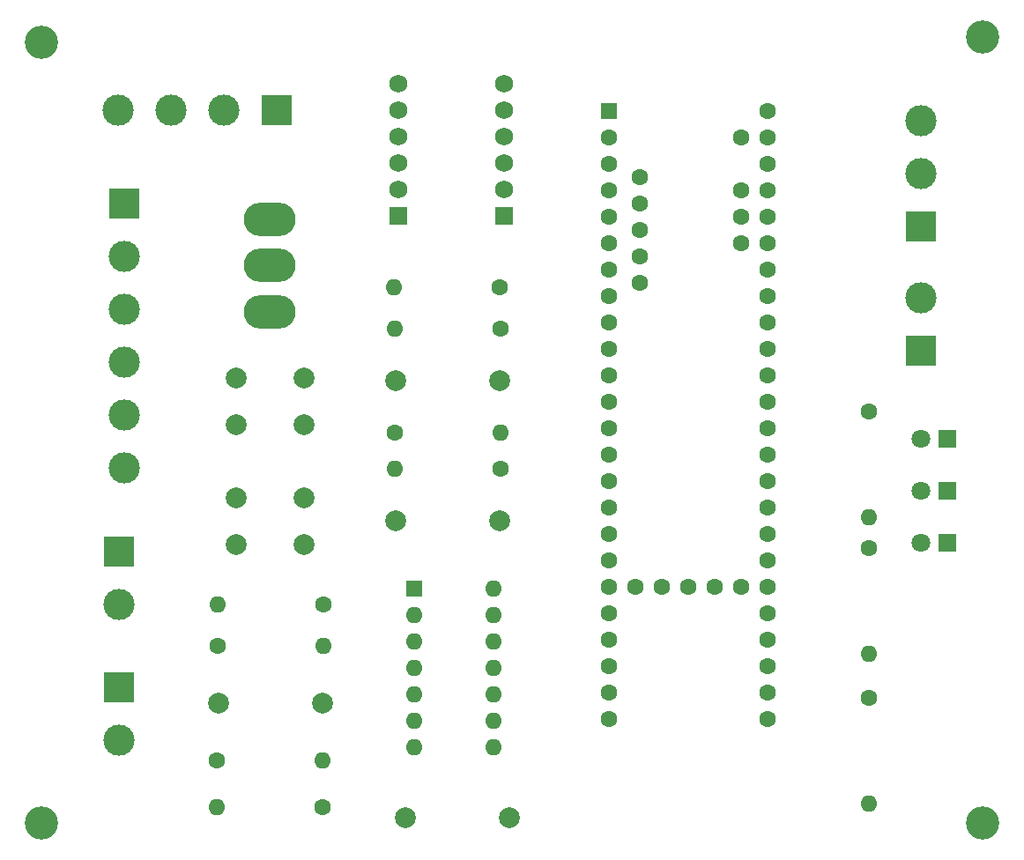
<source format=gbr>
%TF.GenerationSoftware,KiCad,Pcbnew,7.0.7*%
%TF.CreationDate,2023-10-16T12:37:20+02:00*%
%TF.ProjectId,kicad_pendulum_receiver1,6b696361-645f-4706-956e-64756c756d5f,rev?*%
%TF.SameCoordinates,Original*%
%TF.FileFunction,Soldermask,Bot*%
%TF.FilePolarity,Negative*%
%FSLAX46Y46*%
G04 Gerber Fmt 4.6, Leading zero omitted, Abs format (unit mm)*
G04 Created by KiCad (PCBNEW 7.0.7) date 2023-10-16 12:37:20*
%MOMM*%
%LPD*%
G01*
G04 APERTURE LIST*
G04 Aperture macros list*
%AMRoundRect*
0 Rectangle with rounded corners*
0 $1 Rounding radius*
0 $2 $3 $4 $5 $6 $7 $8 $9 X,Y pos of 4 corners*
0 Add a 4 corners polygon primitive as box body*
4,1,4,$2,$3,$4,$5,$6,$7,$8,$9,$2,$3,0*
0 Add four circle primitives for the rounded corners*
1,1,$1+$1,$2,$3*
1,1,$1+$1,$4,$5*
1,1,$1+$1,$6,$7*
1,1,$1+$1,$8,$9*
0 Add four rect primitives between the rounded corners*
20,1,$1+$1,$2,$3,$4,$5,0*
20,1,$1+$1,$4,$5,$6,$7,0*
20,1,$1+$1,$6,$7,$8,$9,0*
20,1,$1+$1,$8,$9,$2,$3,0*%
G04 Aperture macros list end*
%ADD10R,1.800000X1.800000*%
%ADD11C,1.800000*%
%ADD12C,1.600000*%
%ADD13O,1.600000X1.600000*%
%ADD14C,2.000000*%
%ADD15R,3.000000X3.000000*%
%ADD16C,3.000000*%
%ADD17C,1.728000*%
%ADD18RoundRect,0.102000X0.762000X0.762000X-0.762000X0.762000X-0.762000X-0.762000X0.762000X-0.762000X0*%
%ADD19R,1.600000X1.600000*%
%ADD20C,3.200000*%
%ADD21O,5.000000X3.200000*%
G04 APERTURE END LIST*
D10*
%TO.C,D1*%
X187540000Y-111080000D03*
D11*
X185000000Y-111080000D03*
%TD*%
D12*
%TO.C,R7*%
X117420000Y-132000000D03*
D13*
X127580000Y-132000000D03*
%TD*%
D14*
%TO.C,C1*%
X134580000Y-109000000D03*
X144580000Y-109000000D03*
%TD*%
D15*
%TO.C,J3*%
X185000000Y-80660000D03*
D16*
X185000000Y-75580000D03*
X185000000Y-70500000D03*
%TD*%
D12*
%TO.C,R3*%
X144580000Y-86500000D03*
D13*
X134420000Y-86500000D03*
%TD*%
D12*
%TO.C,R9*%
X180000000Y-126000000D03*
D13*
X180000000Y-136160000D03*
%TD*%
D12*
%TO.C,R1*%
X134500000Y-100500000D03*
D13*
X144660000Y-100500000D03*
%TD*%
D12*
%TO.C,R11*%
X180000000Y-98500000D03*
D13*
X180000000Y-108660000D03*
%TD*%
D17*
%TO.C,U2*%
X134840000Y-72080000D03*
X145000000Y-72080000D03*
X134840000Y-74620000D03*
D18*
X134840000Y-79700000D03*
D17*
X134840000Y-77160000D03*
X134840000Y-69540000D03*
X134840000Y-67000000D03*
X145000000Y-74620000D03*
D18*
X145000000Y-79700000D03*
D17*
X145000000Y-77160000D03*
X145000000Y-69540000D03*
X145000000Y-67000000D03*
%TD*%
D12*
%TO.C,R4*%
X144660000Y-90500000D03*
D13*
X134500000Y-90500000D03*
%TD*%
D15*
%TO.C,J2*%
X108500000Y-78500000D03*
D16*
X108500000Y-83580000D03*
X108500000Y-88660000D03*
X108500000Y-93740000D03*
X108500000Y-98820000D03*
X108500000Y-103900000D03*
%TD*%
D10*
%TO.C,D2*%
X187540000Y-106080000D03*
D11*
X185000000Y-106080000D03*
%TD*%
D12*
%TO.C,R8*%
X127580000Y-136500000D03*
D13*
X117420000Y-136500000D03*
%TD*%
D15*
%TO.C,J1*%
X123160000Y-69500000D03*
D16*
X118080000Y-69500000D03*
X113000000Y-69500000D03*
X107920000Y-69500000D03*
%TD*%
D14*
%TO.C,C4*%
X145500000Y-137500000D03*
X135500000Y-137500000D03*
%TD*%
D15*
%TO.C,J4*%
X185000000Y-92660000D03*
D16*
X185000000Y-87580000D03*
%TD*%
D19*
%TO.C,U1*%
X155050000Y-69560000D03*
D12*
X155050000Y-72100000D03*
X155050000Y-74640000D03*
X155050000Y-77180000D03*
X155050000Y-79720000D03*
X155050000Y-82260000D03*
X155050000Y-84800000D03*
X155050000Y-87340000D03*
X155050000Y-89880000D03*
X155050000Y-92420000D03*
X155050000Y-94960000D03*
X155050000Y-97500000D03*
X155050000Y-100040000D03*
X155050000Y-102580000D03*
X155050000Y-105120000D03*
X155050000Y-107660000D03*
X155050000Y-110200000D03*
X155050000Y-112740000D03*
X155050000Y-115280000D03*
X155050000Y-117820000D03*
X155050000Y-120360000D03*
X155050000Y-122900000D03*
X155050000Y-125440000D03*
X155050000Y-127980000D03*
X157590000Y-115280000D03*
X160130000Y-115280000D03*
X162670000Y-115280000D03*
X165210000Y-115280000D03*
X167750000Y-115280000D03*
X170290000Y-127980000D03*
X170290000Y-125440000D03*
X170290000Y-122900000D03*
X170290000Y-120360000D03*
X170290000Y-117820000D03*
X170290000Y-115280000D03*
X170290000Y-112740000D03*
X170290000Y-110200000D03*
X170290000Y-107660000D03*
X170290000Y-105120000D03*
X170290000Y-102580000D03*
X170290000Y-100040000D03*
X170290000Y-97500000D03*
X170290000Y-94960000D03*
X170290000Y-92420000D03*
X170290000Y-89880000D03*
X170290000Y-87340000D03*
X170290000Y-84800000D03*
X170290000Y-82260000D03*
X170290000Y-79720000D03*
X170290000Y-77180000D03*
X170290000Y-74640000D03*
X170290000Y-72100000D03*
X170290000Y-69560000D03*
X167750000Y-72100000D03*
X167750000Y-77180000D03*
X167750000Y-79720000D03*
X167750000Y-82260000D03*
X158050000Y-75910000D03*
X158050000Y-78450000D03*
X158050000Y-80990000D03*
X158050000Y-83530000D03*
X158050000Y-86070000D03*
%TD*%
D10*
%TO.C,D3*%
X187540000Y-101080000D03*
D11*
X185000000Y-101080000D03*
%TD*%
D15*
%TO.C,SW4*%
X108000000Y-125000000D03*
D16*
X108000000Y-130080000D03*
%TD*%
D12*
%TO.C,R2*%
X144660000Y-104000000D03*
D13*
X134500000Y-104000000D03*
%TD*%
D19*
%TO.C,U3*%
X136380000Y-115500000D03*
D13*
X136380000Y-118040000D03*
X136380000Y-120580000D03*
X136380000Y-123120000D03*
X136380000Y-125660000D03*
X136380000Y-128200000D03*
X136380000Y-130740000D03*
X144000000Y-130740000D03*
X144000000Y-128200000D03*
X144000000Y-125660000D03*
X144000000Y-123120000D03*
X144000000Y-120580000D03*
X144000000Y-118040000D03*
X144000000Y-115500000D03*
%TD*%
D14*
%TO.C,C2*%
X134580000Y-95500000D03*
X144580000Y-95500000D03*
%TD*%
D20*
%TO.C,REF\u002A\u002A*%
X100500000Y-138000000D03*
%TD*%
D12*
%TO.C,R10*%
X180000000Y-111580000D03*
D13*
X180000000Y-121740000D03*
%TD*%
D20*
%TO.C,REF\u002A\u002A*%
X100500000Y-63000000D03*
%TD*%
D15*
%TO.C,SW3*%
X108000000Y-111960000D03*
D16*
X108000000Y-117040000D03*
%TD*%
D14*
%TO.C,SW2*%
X119250000Y-95250000D03*
X125750000Y-95250000D03*
X119250000Y-99750000D03*
X125750000Y-99750000D03*
%TD*%
D21*
%TO.C,SW5*%
X122500000Y-88900000D03*
X122500000Y-84450000D03*
X122500000Y-80000000D03*
%TD*%
D20*
%TO.C,REF\u002A\u002A*%
X191000000Y-62500000D03*
%TD*%
D14*
%TO.C,SW1*%
X119250000Y-106750000D03*
X125750000Y-106750000D03*
X119250000Y-111250000D03*
X125750000Y-111250000D03*
%TD*%
D12*
%TO.C,R6*%
X117500000Y-121000000D03*
D13*
X127660000Y-121000000D03*
%TD*%
D20*
%TO.C,REF\u002A\u002A*%
X191000000Y-138000000D03*
%TD*%
D12*
%TO.C,R5*%
X127660000Y-117000000D03*
D13*
X117500000Y-117000000D03*
%TD*%
D14*
%TO.C,C3*%
X127580000Y-126500000D03*
X117580000Y-126500000D03*
%TD*%
M02*

</source>
